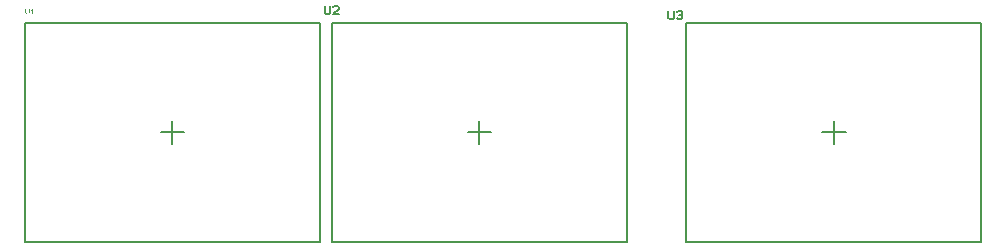
<source format=gto>
G04 Layer_Color=65535*
%FSLAX42Y42*%
%MOMM*%
G71*
G01*
G75*
%ADD19C,0.13*%
G36*
X519Y2251D02*
X514D01*
Y2286D01*
X514Y2286D01*
X513Y2286D01*
X513Y2285D01*
X512Y2285D01*
X512Y2284D01*
X511Y2283D01*
X510Y2283D01*
X509Y2282D01*
X508D01*
X508Y2282D01*
X508Y2282D01*
X507Y2281D01*
X507Y2281D01*
X506Y2280D01*
X505Y2280D01*
X504Y2280D01*
X503Y2279D01*
Y2285D01*
X503D01*
X503Y2285D01*
X503Y2285D01*
X504Y2285D01*
X504Y2285D01*
X504Y2285D01*
X506Y2286D01*
X507Y2287D01*
X508Y2288D01*
X509Y2289D01*
X511Y2290D01*
X511Y2290D01*
X511Y2290D01*
X511Y2290D01*
X512Y2291D01*
X513Y2292D01*
X514Y2293D01*
X514Y2294D01*
X515Y2295D01*
X516Y2296D01*
X519D01*
Y2251D01*
D02*
G37*
G36*
X491Y2270D02*
Y2270D01*
Y2269D01*
Y2269D01*
Y2269D01*
X491Y2268D01*
Y2267D01*
X491Y2267D01*
X491Y2266D01*
X490Y2264D01*
X490Y2262D01*
X490Y2261D01*
X489Y2259D01*
Y2259D01*
X489Y2259D01*
X489Y2259D01*
X489Y2258D01*
X489Y2258D01*
X488Y2257D01*
X487Y2256D01*
X486Y2255D01*
X485Y2253D01*
X484Y2252D01*
X484D01*
X484Y2252D01*
X483Y2252D01*
X483Y2252D01*
X483Y2252D01*
X482Y2252D01*
X482Y2251D01*
X481Y2251D01*
X480Y2251D01*
X479Y2251D01*
X479Y2251D01*
X478Y2250D01*
X476Y2250D01*
X473Y2250D01*
X473D01*
X472Y2250D01*
X472D01*
X471Y2250D01*
X470Y2250D01*
X470Y2250D01*
X468Y2251D01*
X466Y2251D01*
X465Y2251D01*
X463Y2252D01*
X463D01*
X463Y2252D01*
X463Y2252D01*
X462Y2253D01*
X462Y2253D01*
X461Y2254D01*
X460Y2255D01*
X459Y2256D01*
X458Y2257D01*
X457Y2258D01*
Y2258D01*
X457Y2259D01*
X457Y2259D01*
X457Y2259D01*
X457Y2260D01*
X457Y2260D01*
X457Y2261D01*
X457Y2261D01*
X456Y2262D01*
X456Y2263D01*
X456Y2264D01*
X456Y2265D01*
X456Y2266D01*
X456Y2267D01*
X456Y2268D01*
Y2270D01*
Y2296D01*
X462D01*
Y2270D01*
Y2270D01*
Y2269D01*
Y2269D01*
Y2269D01*
Y2268D01*
X462Y2268D01*
X462Y2266D01*
X462Y2265D01*
X462Y2264D01*
X462Y2262D01*
X462Y2262D01*
X463Y2261D01*
X463Y2261D01*
X463Y2261D01*
X463Y2260D01*
X463Y2260D01*
X464Y2259D01*
X465Y2258D01*
X465Y2257D01*
X466Y2257D01*
X467Y2257D01*
X467Y2257D01*
X467Y2256D01*
X468Y2256D01*
X469Y2256D01*
X470Y2256D01*
X471Y2255D01*
X473Y2255D01*
X473D01*
X474Y2255D01*
X474D01*
X475Y2255D01*
X476Y2256D01*
X478Y2256D01*
X479Y2257D01*
X481Y2257D01*
X482Y2258D01*
X482Y2258D01*
Y2258D01*
X482Y2258D01*
X482Y2259D01*
X483Y2259D01*
X483Y2259D01*
X483Y2260D01*
X483Y2260D01*
X484Y2261D01*
X484Y2262D01*
X484Y2262D01*
X484Y2263D01*
X485Y2264D01*
X485Y2266D01*
X485Y2267D01*
X485Y2268D01*
Y2270D01*
Y2296D01*
X491D01*
Y2270D01*
D02*
G37*
D19*
X450Y320D02*
X2950D01*
X450Y2180D02*
X2950D01*
X450Y320D02*
Y2180D01*
X2950Y320D02*
Y2180D01*
X1600Y1250D02*
X1800D01*
X1700Y1150D02*
Y1350D01*
X6050Y320D02*
X8550D01*
X6050Y2180D02*
X8550D01*
X6050Y320D02*
Y2180D01*
X8550Y320D02*
Y2180D01*
X7200Y1250D02*
X7400D01*
X7300Y1150D02*
Y1350D01*
X3050Y320D02*
X5550D01*
X3050Y2180D02*
X5550D01*
X3050Y320D02*
Y2180D01*
X5550Y320D02*
Y2180D01*
X4200Y1250D02*
X4400D01*
X4300Y1150D02*
Y1350D01*
X2990Y2320D02*
Y2262D01*
X3002Y2250D01*
X3025D01*
X3037Y2262D01*
Y2320D01*
X3107Y2250D02*
X3060D01*
X3107Y2297D01*
Y2308D01*
X3095Y2320D01*
X3072D01*
X3060Y2308D01*
X5900Y2280D02*
Y2222D01*
X5912Y2210D01*
X5935D01*
X5947Y2222D01*
Y2280D01*
X5970Y2268D02*
X5982Y2280D01*
X6005D01*
X6017Y2268D01*
Y2257D01*
X6005Y2245D01*
X5993D01*
X6005D01*
X6017Y2233D01*
Y2222D01*
X6005Y2210D01*
X5982D01*
X5970Y2222D01*
M02*

</source>
